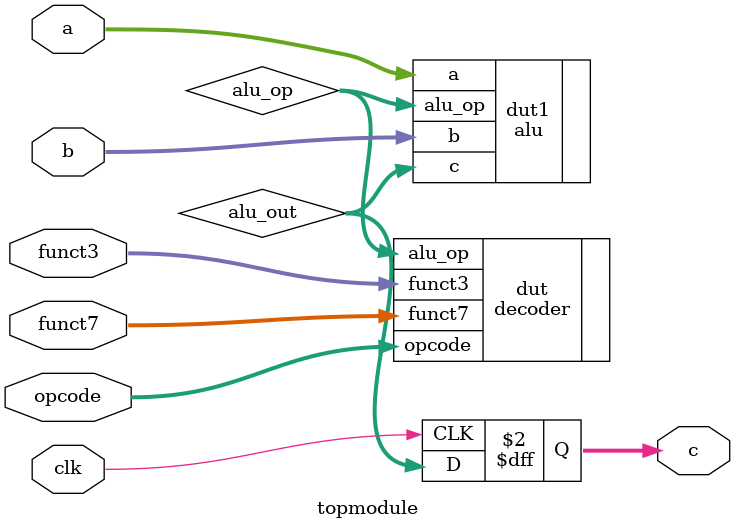
<source format=v>
module topmodule(input  [6:0] opcode,
    input clk,
    input  [6:0] funct7,
    input  [2:0] funct3,
    input [31:0]a,
    input [31:0]b,
    output reg [31:0]c);
    
    wire [3:0] alu_op;
    wire [31:0] alu_out;
    decoder dut(.funct7(funct7),.funct3(funct3),.opcode(opcode),.alu_op(alu_op));
    alu dut1(.a(a),.b(b),.alu_op(alu_op),.c(alu_out));
    
    always@(posedge clk)
    c <= alu_out;
    
endmodule

</source>
